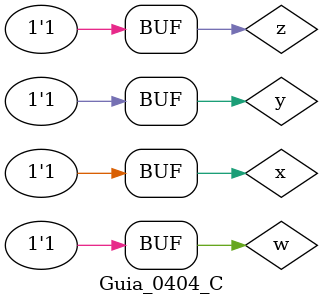
<source format=v>
/**
 * @file Guia_0404_C.v
 * @author 784778 - Wallace Freitas Oliveira (https://github.com/Olivwallace)
 * @brief Guia 04 Exercicio 04 - Arquitetura de Computadores I (PUC-Minas 1°/2023)
 * @date 03-03-2023
 */

`timescale 1ps/1ps
 `include "Guia_0404.v"

 module Guia_0404_C;
 reg x, y, w, z;
    wire s1;

    //Instanciamento
    Questao_C C (s1, x, y, w, z);

    //Inicializacao de Valores
    initial begin
        x = 1'b0; y = 1'b0; w = 1'b0; z = 1'b0;
    end

    //Principal
    initial begin : main
        
        
        $display("Teste Guia_0404 - Expressao Booleana - C");
        
        //Questao C;
        $display("\nc) F (X,Y,W,Z) = P(M) ( 0, 1, 2, 4, 6, 8, 11, 14 ) \n");
        
        //Monitoramento
        $display("|  x  y  w  z |  S  |");
        $monitor("| %2b %2b %2b %2b | %2b  |", x, y, w, z, s1);

         //Sinalizacao
        #1 x=0; y=0; w=0; z=0; //0
        #1 x=0; y=0; w=0; z=1; //1
        #1 x=0; y=0; w=1; z=0; //2
        #1 x=0; y=0; w=1; z=1; //3
        #1 x=0; y=1; w=0; z=0; //4
        #1 x=0; y=1; w=0; z=1; //5
        #1 x=0; y=1; w=1; z=0; //6
        #1 x=0; y=1; w=1; z=1; //7
        #1 x=1; y=0; w=0; z=0; //8
        #1 x=1; y=0; w=0; z=1; //9
        #1 x=1; y=0; w=1; z=0; //A
        #1 x=1; y=0; w=1; z=1; //B
        #1 x=1; y=1; w=0; z=0; //C
        #1 x=1; y=1; w=0; z=1; //D
        #1 x=1; y=1; w=1; z=0; //E
        #1 x=1; y=1; w=1; z=1; //F
    end

 endmodule
</source>
